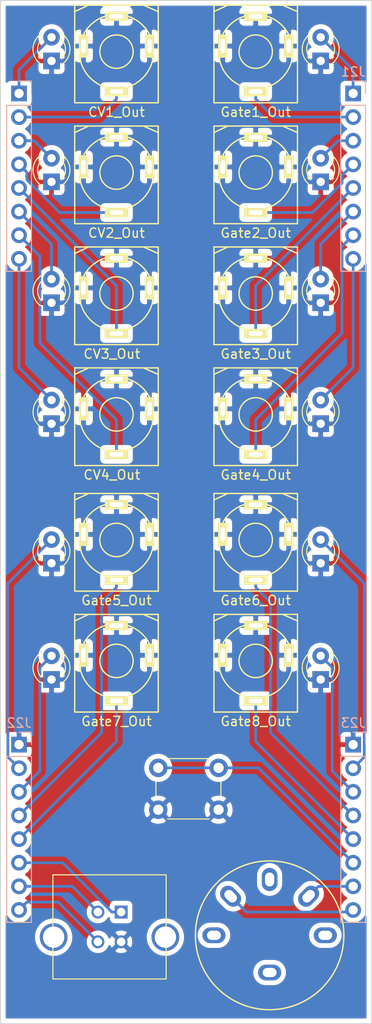
<source format=kicad_pcb>
(kicad_pcb (version 20171130) (host pcbnew "(5.1.4)-1")
  (layers (0 F.Cu signal) (31 B.Cu signal) (34 B.Paste user) (35 F.Paste user) (36 B.SilkS user) (37 F.SilkS user) (38 B.Mask user) (39 F.Mask user) (44 Edge.Cuts user))
  (net 0 "")
  (net 1 GATE1_LED_OUT)
  (net 2 GND)
  (net 3 GATE2_LED_OUT)
  (net 4 GATE3_LED_OUT)
  (net 5 GATE4_LED_OUT)
  (net 6 CV1_LED_OUT)
  (net 7 CV2_LED_OUT)
  (net 8 CV3_LED_OUT)
  (net 9 CV4_LED_OUT)
  (net 10 GATE5_LED_OUT)
  (net 11 GATE6_LED_OUT)
  (net 12 GATE7_LED_OUT)
  (net 13 GATE8_LED_OUT)
  (net 14 MIDI_VREF)
  (net 15 MIDI_DATA)
  (net 16 RESET_SWITCH)
  (net 17 GATE8_OUT)
  (net 18 GATE7_OUT)
  (net 19 GATE6_OUT)
  (net 20 GATE5_OUT)
  (net 21 GATE1_OUT)
  (net 22 GATE2_OUT)
  (net 23 GATE3_OUT)
  (net 24 GATE4_OUT)
  (net 25 USB_DM)
  (net 26 USB_DP)
  (net 27 USB_VBUS)
  (net 28 "Net-(J16-Pad3)")
  (net 29 "Net-(J16-Pad2)")
  (net 30 "Net-(J16-Pad1)")
  (net 31 "Net-(J16-Pad6)")
  (net 32 CV1_OUT)
  (net 33 CV2_OUT)
  (net 34 CV3_OUT)
  (net 35 CV4_OUT)
  (module Custom_Footprints:USB_B_Wurth (layer F.Cu) (at 109 138)
    (fp_text reference J15 hide)
    (fp_text value USB_B_Wurth)
    (fp_line (start 4.85 -4) (end 4.85 7.2) (layer F.SilkS) (width 0.12))
    (fp_line (start -7.35 7.2) (end 4.85 7.2) (layer F.SilkS) (width 0.12))
    (fp_line (start -7.35 -4) (end 4.85 -4) (layer F.SilkS) (width 0.12))
    (fp_line (start -7.35 -4) (end -7.35 7.2) (layer F.SilkS) (width 0.12))
    (pad "" thru_hole circle (at 4.77 2.7) (size 3 3) (drill 2.3) (layers *.Cu *.Mask))
    (pad 4 thru_hole circle (at 0 3.2) (size 1.4 1.4) (drill 0.92) (layers *.Cu *.Mask) (net 2 GND))
    (pad 3 thru_hole circle (at -2.5 3.2) (size 1.4 1.4) (drill 0.92) (layers *.Cu *.Mask) (net 26 USB_DP))
    (pad 1 thru_hole rect (at 0 0) (size 1.4 1.4) (drill 0.92) (layers *.Cu *.Mask) (net 27 USB_VBUS))
    (pad "" thru_hole circle (at -7.27 2.7) (size 3 3) (drill 2.3) (layers *.Cu *.Mask))
    (pad 2 thru_hole circle (at -2.5 0) (size 1.4 1.4) (drill 0.92) (layers *.Cu *.Mask) (net 25 USB_DM))
  )
  (module Custom_Footprints:Cliff_3.5mm_Stereo_Jack (layer F.Cu) (at 123.5 72.5)
    (fp_text reference J2 hide)
    (fp_text value Gate3_Out (at 0 5.5) (layer F.SilkS))
    (fp_line (start 2.9 -6) (end 4.5 -5.3) (layer F.SilkS) (width 0.15))
    (fp_line (start -3 -6) (end -4.5 -5.3) (layer F.SilkS) (width 0.15))
    (fp_circle (center 0 -1) (end 4 -1) (layer F.SilkS) (width 0.15))
    (fp_line (start -4.5 -6) (end 4.5 -6) (layer F.SilkS) (width 0.15))
    (fp_line (start -4.5 4.5) (end 4.5 4.5) (layer F.SilkS) (width 0.15))
    (fp_line (start -4.5 -6) (end -4.5 4.5) (layer F.SilkS) (width 0.15))
    (fp_line (start 4.5 -6) (end 4.5 4.5) (layer F.SilkS) (width 0.15))
    (fp_circle (center 0 -1) (end 1.27 0.27) (layer F.SilkS) (width 0.15))
    (pad 1 thru_hole rect (at 3.55 -1.6 90) (size 2.5 1) (drill oval 1.5 0.5) (layers *.Cu *.Mask F.SilkS) (net 2 GND))
    (pad 1 thru_hole rect (at 0 -4.8) (size 2.5 1) (drill oval 1.5 0.5) (layers *.Cu *.Mask F.SilkS) (net 2 GND))
    (pad 2 thru_hole rect (at -3.55 -1.6 90) (size 2.5 1) (drill oval 1.5 0.5) (layers *.Cu *.Mask F.SilkS) (net 2 GND))
    (pad 3 thru_hole rect (at 0 3.3) (size 2.5 1) (drill oval 1.5 0.5) (layers *.Cu *.Mask F.SilkS) (net 23 GATE3_OUT))
  )
  (module Custom_Footprints:Cliff_3.5mm_Stereo_Jack (layer F.Cu) (at 123.5 85.5)
    (fp_text reference J3 hide)
    (fp_text value Gate4_Out (at 0 5.5) (layer F.SilkS))
    (fp_line (start 2.9 -6) (end 4.5 -5.3) (layer F.SilkS) (width 0.15))
    (fp_line (start -3 -6) (end -4.5 -5.3) (layer F.SilkS) (width 0.15))
    (fp_circle (center 0 -1) (end 4 -1) (layer F.SilkS) (width 0.15))
    (fp_line (start -4.5 -6) (end 4.5 -6) (layer F.SilkS) (width 0.15))
    (fp_line (start -4.5 4.5) (end 4.5 4.5) (layer F.SilkS) (width 0.15))
    (fp_line (start -4.5 -6) (end -4.5 4.5) (layer F.SilkS) (width 0.15))
    (fp_line (start 4.5 -6) (end 4.5 4.5) (layer F.SilkS) (width 0.15))
    (fp_circle (center 0 -1) (end 1.27 0.27) (layer F.SilkS) (width 0.15))
    (pad 1 thru_hole rect (at 3.55 -1.6 90) (size 2.5 1) (drill oval 1.5 0.5) (layers *.Cu *.Mask F.SilkS) (net 2 GND))
    (pad 1 thru_hole rect (at 0 -4.8) (size 2.5 1) (drill oval 1.5 0.5) (layers *.Cu *.Mask F.SilkS) (net 2 GND))
    (pad 2 thru_hole rect (at -3.55 -1.6 90) (size 2.5 1) (drill oval 1.5 0.5) (layers *.Cu *.Mask F.SilkS) (net 2 GND))
    (pad 3 thru_hole rect (at 0 3.3) (size 2.5 1) (drill oval 1.5 0.5) (layers *.Cu *.Mask F.SilkS) (net 24 GATE4_OUT))
  )
  (module Custom_Footprints:Cliff_3.5mm_Stereo_Jack (layer F.Cu) (at 123.5 46.5)
    (fp_text reference J4 hide)
    (fp_text value Gate1_Out (at 0 5.5) (layer F.SilkS))
    (fp_line (start 2.9 -6) (end 4.5 -5.3) (layer F.SilkS) (width 0.15))
    (fp_line (start -3 -6) (end -4.5 -5.3) (layer F.SilkS) (width 0.15))
    (fp_circle (center 0 -1) (end 4 -1) (layer F.SilkS) (width 0.15))
    (fp_line (start -4.5 -6) (end 4.5 -6) (layer F.SilkS) (width 0.15))
    (fp_line (start -4.5 4.5) (end 4.5 4.5) (layer F.SilkS) (width 0.15))
    (fp_line (start -4.5 -6) (end -4.5 4.5) (layer F.SilkS) (width 0.15))
    (fp_line (start 4.5 -6) (end 4.5 4.5) (layer F.SilkS) (width 0.15))
    (fp_circle (center 0 -1) (end 1.27 0.27) (layer F.SilkS) (width 0.15))
    (pad 1 thru_hole rect (at 3.55 -1.6 90) (size 2.5 1) (drill oval 1.5 0.5) (layers *.Cu *.Mask F.SilkS) (net 2 GND))
    (pad 1 thru_hole rect (at 0 -4.8) (size 2.5 1) (drill oval 1.5 0.5) (layers *.Cu *.Mask F.SilkS) (net 2 GND))
    (pad 2 thru_hole rect (at -3.55 -1.6 90) (size 2.5 1) (drill oval 1.5 0.5) (layers *.Cu *.Mask F.SilkS) (net 2 GND))
    (pad 3 thru_hole rect (at 0 3.3) (size 2.5 1) (drill oval 1.5 0.5) (layers *.Cu *.Mask F.SilkS) (net 21 GATE1_OUT))
  )
  (module Custom_Footprints:Cliff_3.5mm_Stereo_Jack (layer F.Cu) (at 123.5 59.5)
    (fp_text reference J5 hide)
    (fp_text value Gate2_Out (at 0 5.5) (layer F.SilkS))
    (fp_line (start 2.9 -6) (end 4.5 -5.3) (layer F.SilkS) (width 0.15))
    (fp_line (start -3 -6) (end -4.5 -5.3) (layer F.SilkS) (width 0.15))
    (fp_circle (center 0 -1) (end 4 -1) (layer F.SilkS) (width 0.15))
    (fp_line (start -4.5 -6) (end 4.5 -6) (layer F.SilkS) (width 0.15))
    (fp_line (start -4.5 4.5) (end 4.5 4.5) (layer F.SilkS) (width 0.15))
    (fp_line (start -4.5 -6) (end -4.5 4.5) (layer F.SilkS) (width 0.15))
    (fp_line (start 4.5 -6) (end 4.5 4.5) (layer F.SilkS) (width 0.15))
    (fp_circle (center 0 -1) (end 1.27 0.27) (layer F.SilkS) (width 0.15))
    (pad 1 thru_hole rect (at 3.55 -1.6 90) (size 2.5 1) (drill oval 1.5 0.5) (layers *.Cu *.Mask F.SilkS) (net 2 GND))
    (pad 1 thru_hole rect (at 0 -4.8) (size 2.5 1) (drill oval 1.5 0.5) (layers *.Cu *.Mask F.SilkS) (net 2 GND))
    (pad 2 thru_hole rect (at -3.55 -1.6 90) (size 2.5 1) (drill oval 1.5 0.5) (layers *.Cu *.Mask F.SilkS) (net 2 GND))
    (pad 3 thru_hole rect (at 0 3.3) (size 2.5 1) (drill oval 1.5 0.5) (layers *.Cu *.Mask F.SilkS) (net 22 GATE2_OUT))
  )
  (module Custom_Footprints:Cliff_3.5mm_Stereo_Jack (layer F.Cu) (at 108.5 99)
    (fp_text reference J7 hide)
    (fp_text value Gate5_Out (at 0 5.5) (layer F.SilkS))
    (fp_line (start 2.9 -6) (end 4.5 -5.3) (layer F.SilkS) (width 0.15))
    (fp_line (start -3 -6) (end -4.5 -5.3) (layer F.SilkS) (width 0.15))
    (fp_circle (center 0 -1) (end 4 -1) (layer F.SilkS) (width 0.15))
    (fp_line (start -4.5 -6) (end 4.5 -6) (layer F.SilkS) (width 0.15))
    (fp_line (start -4.5 4.5) (end 4.5 4.5) (layer F.SilkS) (width 0.15))
    (fp_line (start -4.5 -6) (end -4.5 4.5) (layer F.SilkS) (width 0.15))
    (fp_line (start 4.5 -6) (end 4.5 4.5) (layer F.SilkS) (width 0.15))
    (fp_circle (center 0 -1) (end 1.27 0.27) (layer F.SilkS) (width 0.15))
    (pad 1 thru_hole rect (at 3.55 -1.6 90) (size 2.5 1) (drill oval 1.5 0.5) (layers *.Cu *.Mask F.SilkS) (net 2 GND))
    (pad 1 thru_hole rect (at 0 -4.8) (size 2.5 1) (drill oval 1.5 0.5) (layers *.Cu *.Mask F.SilkS) (net 2 GND))
    (pad 2 thru_hole rect (at -3.55 -1.6 90) (size 2.5 1) (drill oval 1.5 0.5) (layers *.Cu *.Mask F.SilkS) (net 2 GND))
    (pad 3 thru_hole rect (at 0 3.3) (size 2.5 1) (drill oval 1.5 0.5) (layers *.Cu *.Mask F.SilkS) (net 20 GATE5_OUT))
  )
  (module Custom_Footprints:Cliff_3.5mm_Stereo_Jack (layer F.Cu) (at 123.5 99)
    (fp_text reference J8 hide)
    (fp_text value Gate6_Out (at 0 5.5) (layer F.SilkS))
    (fp_line (start 2.9 -6) (end 4.5 -5.3) (layer F.SilkS) (width 0.15))
    (fp_line (start -3 -6) (end -4.5 -5.3) (layer F.SilkS) (width 0.15))
    (fp_circle (center 0 -1) (end 4 -1) (layer F.SilkS) (width 0.15))
    (fp_line (start -4.5 -6) (end 4.5 -6) (layer F.SilkS) (width 0.15))
    (fp_line (start -4.5 4.5) (end 4.5 4.5) (layer F.SilkS) (width 0.15))
    (fp_line (start -4.5 -6) (end -4.5 4.5) (layer F.SilkS) (width 0.15))
    (fp_line (start 4.5 -6) (end 4.5 4.5) (layer F.SilkS) (width 0.15))
    (fp_circle (center 0 -1) (end 1.27 0.27) (layer F.SilkS) (width 0.15))
    (pad 1 thru_hole rect (at 3.55 -1.6 90) (size 2.5 1) (drill oval 1.5 0.5) (layers *.Cu *.Mask F.SilkS) (net 2 GND))
    (pad 1 thru_hole rect (at 0 -4.8) (size 2.5 1) (drill oval 1.5 0.5) (layers *.Cu *.Mask F.SilkS) (net 2 GND))
    (pad 2 thru_hole rect (at -3.55 -1.6 90) (size 2.5 1) (drill oval 1.5 0.5) (layers *.Cu *.Mask F.SilkS) (net 2 GND))
    (pad 3 thru_hole rect (at 0 3.3) (size 2.5 1) (drill oval 1.5 0.5) (layers *.Cu *.Mask F.SilkS) (net 19 GATE6_OUT))
  )
  (module Custom_Footprints:Cliff_3.5mm_Stereo_Jack (layer F.Cu) (at 108.5 112)
    (fp_text reference J9 hide)
    (fp_text value Gate7_Out (at 0 5.5) (layer F.SilkS))
    (fp_line (start 2.9 -6) (end 4.5 -5.3) (layer F.SilkS) (width 0.15))
    (fp_line (start -3 -6) (end -4.5 -5.3) (layer F.SilkS) (width 0.15))
    (fp_circle (center 0 -1) (end 4 -1) (layer F.SilkS) (width 0.15))
    (fp_line (start -4.5 -6) (end 4.5 -6) (layer F.SilkS) (width 0.15))
    (fp_line (start -4.5 4.5) (end 4.5 4.5) (layer F.SilkS) (width 0.15))
    (fp_line (start -4.5 -6) (end -4.5 4.5) (layer F.SilkS) (width 0.15))
    (fp_line (start 4.5 -6) (end 4.5 4.5) (layer F.SilkS) (width 0.15))
    (fp_circle (center 0 -1) (end 1.27 0.27) (layer F.SilkS) (width 0.15))
    (pad 1 thru_hole rect (at 3.55 -1.6 90) (size 2.5 1) (drill oval 1.5 0.5) (layers *.Cu *.Mask F.SilkS) (net 2 GND))
    (pad 1 thru_hole rect (at 0 -4.8) (size 2.5 1) (drill oval 1.5 0.5) (layers *.Cu *.Mask F.SilkS) (net 2 GND))
    (pad 2 thru_hole rect (at -3.55 -1.6 90) (size 2.5 1) (drill oval 1.5 0.5) (layers *.Cu *.Mask F.SilkS) (net 2 GND))
    (pad 3 thru_hole rect (at 0 3.3) (size 2.5 1) (drill oval 1.5 0.5) (layers *.Cu *.Mask F.SilkS) (net 18 GATE7_OUT))
  )
  (module Custom_Footprints:Cliff_3.5mm_Stereo_Jack (layer F.Cu) (at 123.5 112)
    (fp_text reference J10 hide)
    (fp_text value Gate8_Out (at 0 5.5) (layer F.SilkS))
    (fp_line (start 2.9 -6) (end 4.5 -5.3) (layer F.SilkS) (width 0.15))
    (fp_line (start -3 -6) (end -4.5 -5.3) (layer F.SilkS) (width 0.15))
    (fp_circle (center 0 -1) (end 4 -1) (layer F.SilkS) (width 0.15))
    (fp_line (start -4.5 -6) (end 4.5 -6) (layer F.SilkS) (width 0.15))
    (fp_line (start -4.5 4.5) (end 4.5 4.5) (layer F.SilkS) (width 0.15))
    (fp_line (start -4.5 -6) (end -4.5 4.5) (layer F.SilkS) (width 0.15))
    (fp_line (start 4.5 -6) (end 4.5 4.5) (layer F.SilkS) (width 0.15))
    (fp_circle (center 0 -1) (end 1.27 0.27) (layer F.SilkS) (width 0.15))
    (pad 1 thru_hole rect (at 3.55 -1.6 90) (size 2.5 1) (drill oval 1.5 0.5) (layers *.Cu *.Mask F.SilkS) (net 2 GND))
    (pad 1 thru_hole rect (at 0 -4.8) (size 2.5 1) (drill oval 1.5 0.5) (layers *.Cu *.Mask F.SilkS) (net 2 GND))
    (pad 2 thru_hole rect (at -3.55 -1.6 90) (size 2.5 1) (drill oval 1.5 0.5) (layers *.Cu *.Mask F.SilkS) (net 2 GND))
    (pad 3 thru_hole rect (at 0 3.3) (size 2.5 1) (drill oval 1.5 0.5) (layers *.Cu *.Mask F.SilkS) (net 17 GATE8_OUT))
  )
  (module Custom_Footprints:Cliff_3.5mm_Stereo_Jack (layer F.Cu) (at 108.5 46.5)
    (fp_text reference J11 hide)
    (fp_text value CV1_Out (at 0 5.5) (layer F.SilkS))
    (fp_line (start 2.9 -6) (end 4.5 -5.3) (layer F.SilkS) (width 0.15))
    (fp_line (start -3 -6) (end -4.5 -5.3) (layer F.SilkS) (width 0.15))
    (fp_circle (center 0 -1) (end 4 -1) (layer F.SilkS) (width 0.15))
    (fp_line (start -4.5 -6) (end 4.5 -6) (layer F.SilkS) (width 0.15))
    (fp_line (start -4.5 4.5) (end 4.5 4.5) (layer F.SilkS) (width 0.15))
    (fp_line (start -4.5 -6) (end -4.5 4.5) (layer F.SilkS) (width 0.15))
    (fp_line (start 4.5 -6) (end 4.5 4.5) (layer F.SilkS) (width 0.15))
    (fp_circle (center 0 -1) (end 1.27 0.27) (layer F.SilkS) (width 0.15))
    (pad 1 thru_hole rect (at 3.55 -1.6 90) (size 2.5 1) (drill oval 1.5 0.5) (layers *.Cu *.Mask F.SilkS) (net 2 GND))
    (pad 1 thru_hole rect (at 0 -4.8) (size 2.5 1) (drill oval 1.5 0.5) (layers *.Cu *.Mask F.SilkS) (net 2 GND))
    (pad 2 thru_hole rect (at -3.55 -1.6 90) (size 2.5 1) (drill oval 1.5 0.5) (layers *.Cu *.Mask F.SilkS) (net 2 GND))
    (pad 3 thru_hole rect (at 0 3.3) (size 2.5 1) (drill oval 1.5 0.5) (layers *.Cu *.Mask F.SilkS) (net 32 CV1_OUT))
  )
  (module Custom_Footprints:Cliff_3.5mm_Stereo_Jack (layer F.Cu) (at 108.5 59.5)
    (fp_text reference J12 hide)
    (fp_text value CV2_Out (at 0 5.5) (layer F.SilkS))
    (fp_line (start 2.9 -6) (end 4.5 -5.3) (layer F.SilkS) (width 0.15))
    (fp_line (start -3 -6) (end -4.5 -5.3) (layer F.SilkS) (width 0.15))
    (fp_circle (center 0 -1) (end 4 -1) (layer F.SilkS) (width 0.15))
    (fp_line (start -4.5 -6) (end 4.5 -6) (layer F.SilkS) (width 0.15))
    (fp_line (start -4.5 4.5) (end 4.5 4.5) (layer F.SilkS) (width 0.15))
    (fp_line (start -4.5 -6) (end -4.5 4.5) (layer F.SilkS) (width 0.15))
    (fp_line (start 4.5 -6) (end 4.5 4.5) (layer F.SilkS) (width 0.15))
    (fp_circle (center 0 -1) (end 1.27 0.27) (layer F.SilkS) (width 0.15))
    (pad 1 thru_hole rect (at 3.55 -1.6 90) (size 2.5 1) (drill oval 1.5 0.5) (layers *.Cu *.Mask F.SilkS) (net 2 GND))
    (pad 1 thru_hole rect (at 0 -4.8) (size 2.5 1) (drill oval 1.5 0.5) (layers *.Cu *.Mask F.SilkS) (net 2 GND))
    (pad 2 thru_hole rect (at -3.55 -1.6 90) (size 2.5 1) (drill oval 1.5 0.5) (layers *.Cu *.Mask F.SilkS) (net 2 GND))
    (pad 3 thru_hole rect (at 0 3.3) (size 2.5 1) (drill oval 1.5 0.5) (layers *.Cu *.Mask F.SilkS) (net 33 CV2_OUT))
  )
  (module Custom_Footprints:Cliff_3.5mm_Stereo_Jack (layer F.Cu) (at 108.5 72.5)
    (fp_text reference J13 hide)
    (fp_text value CV3_Out (at -0.5 5.5) (layer F.SilkS))
    (fp_line (start 2.9 -6) (end 4.5 -5.3) (layer F.SilkS) (width 0.15))
    (fp_line (start -3 -6) (end -4.5 -5.3) (layer F.SilkS) (width 0.15))
    (fp_circle (center 0 -1) (end 4 -1) (layer F.SilkS) (width 0.15))
    (fp_line (start -4.5 -6) (end 4.5 -6) (layer F.SilkS) (width 0.15))
    (fp_line (start -4.5 4.5) (end 4.5 4.5) (layer F.SilkS) (width 0.15))
    (fp_line (start -4.5 -6) (end -4.5 4.5) (layer F.SilkS) (width 0.15))
    (fp_line (start 4.5 -6) (end 4.5 4.5) (layer F.SilkS) (width 0.15))
    (fp_circle (center 0 -1) (end 1.27 0.27) (layer F.SilkS) (width 0.15))
    (pad 1 thru_hole rect (at 3.55 -1.6 90) (size 2.5 1) (drill oval 1.5 0.5) (layers *.Cu *.Mask F.SilkS) (net 2 GND))
    (pad 1 thru_hole rect (at 0 -4.8) (size 2.5 1) (drill oval 1.5 0.5) (layers *.Cu *.Mask F.SilkS) (net 2 GND))
    (pad 2 thru_hole rect (at -3.55 -1.6 90) (size 2.5 1) (drill oval 1.5 0.5) (layers *.Cu *.Mask F.SilkS) (net 2 GND))
    (pad 3 thru_hole rect (at 0 3.3) (size 2.5 1) (drill oval 1.5 0.5) (layers *.Cu *.Mask F.SilkS) (net 34 CV3_OUT))
  )
  (module Custom_Footprints:Cliff_3.5mm_Stereo_Jack (layer F.Cu) (at 108.5 85.5)
    (fp_text reference J14 hide)
    (fp_text value CV4_Out (at -0.5 5.5) (layer F.SilkS))
    (fp_line (start 2.9 -6) (end 4.5 -5.3) (layer F.SilkS) (width 0.15))
    (fp_line (start -3 -6) (end -4.5 -5.3) (layer F.SilkS) (width 0.15))
    (fp_circle (center 0 -1) (end 4 -1) (layer F.SilkS) (width 0.15))
    (fp_line (start -4.5 -6) (end 4.5 -6) (layer F.SilkS) (width 0.15))
    (fp_line (start -4.5 4.5) (end 4.5 4.5) (layer F.SilkS) (width 0.15))
    (fp_line (start -4.5 -6) (end -4.5 4.5) (layer F.SilkS) (width 0.15))
    (fp_line (start 4.5 -6) (end 4.5 4.5) (layer F.SilkS) (width 0.15))
    (fp_circle (center 0 -1) (end 1.27 0.27) (layer F.SilkS) (width 0.15))
    (pad 1 thru_hole rect (at 3.55 -1.6 90) (size 2.5 1) (drill oval 1.5 0.5) (layers *.Cu *.Mask F.SilkS) (net 2 GND))
    (pad 1 thru_hole rect (at 0 -4.8) (size 2.5 1) (drill oval 1.5 0.5) (layers *.Cu *.Mask F.SilkS) (net 2 GND))
    (pad 2 thru_hole rect (at -3.55 -1.6 90) (size 2.5 1) (drill oval 1.5 0.5) (layers *.Cu *.Mask F.SilkS) (net 2 GND))
    (pad 3 thru_hole rect (at 0 3.3) (size 2.5 1) (drill oval 1.5 0.5) (layers *.Cu *.Mask F.SilkS) (net 35 CV4_OUT))
  )
  (module LEDs:LED_D3.0mm (layer F.Cu) (at 101.5 100.5 90)
    (fp_text reference D9 hide)
    (fp_text value GATE5)
    (fp_arc (start 1.27 0) (end -0.29 -1.235516) (angle 108.8) (layer F.SilkS) (width 0.12))
    (fp_arc (start 1.27 0) (end -0.29 1.235516) (angle -108.8) (layer F.SilkS) (width 0.12))
    (fp_arc (start 1.27 0) (end 0.229039 -1.08) (angle 87.9) (layer F.SilkS) (width 0.12))
    (fp_arc (start 1.27 0) (end 0.229039 1.08) (angle -87.9) (layer F.SilkS) (width 0.12))
    (fp_line (start -0.29 -1.236) (end -0.29 -1.08) (layer F.SilkS) (width 0.12))
    (fp_line (start -0.29 1.08) (end -0.29 1.236) (layer F.SilkS) (width 0.12))
    (pad 1 thru_hole rect (at 0 0 90) (size 1.8 1.8) (drill 0.9) (layers *.Cu *.Mask) (net 2 GND))
    (pad 2 thru_hole circle (at 2.54 0 90) (size 1.8 1.8) (drill 0.9) (layers *.Cu *.Mask) (net 10 GATE5_LED_OUT))
  )
  (module LEDs:LED_D3.0mm (layer F.Cu) (at 101.5 113 90)
    (fp_text reference D11 hide)
    (fp_text value GATE7)
    (fp_arc (start 1.27 0) (end -0.29 -1.235516) (angle 108.8) (layer F.SilkS) (width 0.12))
    (fp_arc (start 1.27 0) (end -0.29 1.235516) (angle -108.8) (layer F.SilkS) (width 0.12))
    (fp_arc (start 1.27 0) (end 0.229039 -1.08) (angle 87.9) (layer F.SilkS) (width 0.12))
    (fp_arc (start 1.27 0) (end 0.229039 1.08) (angle -87.9) (layer F.SilkS) (width 0.12))
    (fp_line (start -0.29 -1.236) (end -0.29 -1.08) (layer F.SilkS) (width 0.12))
    (fp_line (start -0.29 1.08) (end -0.29 1.236) (layer F.SilkS) (width 0.12))
    (pad 1 thru_hole rect (at 0 0 90) (size 1.8 1.8) (drill 0.9) (layers *.Cu *.Mask) (net 2 GND))
    (pad 2 thru_hole circle (at 2.54 0 90) (size 1.8 1.8) (drill 0.9) (layers *.Cu *.Mask) (net 12 GATE7_LED_OUT))
  )
  (module LEDs:LED_D3.0mm (layer F.Cu) (at 130.5 46.5 90)
    (fp_text reference D1 hide)
    (fp_text value GATE1)
    (fp_arc (start 1.27 0) (end -0.29 -1.235516) (angle 108.8) (layer F.SilkS) (width 0.12))
    (fp_arc (start 1.27 0) (end -0.29 1.235516) (angle -108.8) (layer F.SilkS) (width 0.12))
    (fp_arc (start 1.27 0) (end 0.229039 -1.08) (angle 87.9) (layer F.SilkS) (width 0.12))
    (fp_arc (start 1.27 0) (end 0.229039 1.08) (angle -87.9) (layer F.SilkS) (width 0.12))
    (fp_line (start -0.29 -1.236) (end -0.29 -1.08) (layer F.SilkS) (width 0.12))
    (fp_line (start -0.29 1.08) (end -0.29 1.236) (layer F.SilkS) (width 0.12))
    (pad 1 thru_hole rect (at 0 0 90) (size 1.8 1.8) (drill 0.9) (layers *.Cu *.Mask) (net 2 GND))
    (pad 2 thru_hole circle (at 2.54 0 90) (size 1.8 1.8) (drill 0.9) (layers *.Cu *.Mask) (net 1 GATE1_LED_OUT))
  )
  (module LEDs:LED_D3.0mm (layer F.Cu) (at 130.5 59.5 90)
    (fp_text reference D2 hide)
    (fp_text value GATE2)
    (fp_arc (start 1.27 0) (end -0.29 -1.235516) (angle 108.8) (layer F.SilkS) (width 0.12))
    (fp_arc (start 1.27 0) (end -0.29 1.235516) (angle -108.8) (layer F.SilkS) (width 0.12))
    (fp_arc (start 1.27 0) (end 0.229039 -1.08) (angle 87.9) (layer F.SilkS) (width 0.12))
    (fp_arc (start 1.27 0) (end 0.229039 1.08) (angle -87.9) (layer F.SilkS) (width 0.12))
    (fp_line (start -0.29 -1.236) (end -0.29 -1.08) (layer F.SilkS) (width 0.12))
    (fp_line (start -0.29 1.08) (end -0.29 1.236) (layer F.SilkS) (width 0.12))
    (pad 1 thru_hole rect (at 0 0 90) (size 1.8 1.8) (drill 0.9) (layers *.Cu *.Mask) (net 2 GND))
    (pad 2 thru_hole circle (at 2.54 0 90) (size 1.8 1.8) (drill 0.9) (layers *.Cu *.Mask) (net 3 GATE2_LED_OUT))
  )
  (module LEDs:LED_D3.0mm (layer F.Cu) (at 130.5 72.5 90)
    (fp_text reference D3 hide)
    (fp_text value GATE3)
    (fp_arc (start 1.27 0) (end -0.29 -1.235516) (angle 108.8) (layer F.SilkS) (width 0.12))
    (fp_arc (start 1.27 0) (end -0.29 1.235516) (angle -108.8) (layer F.SilkS) (width 0.12))
    (fp_arc (start 1.27 0) (end 0.229039 -1.08) (angle 87.9) (layer F.SilkS) (width 0.12))
    (fp_arc (start 1.27 0) (end 0.229039 1.08) (angle -87.9) (layer F.SilkS) (width 0.12))
    (fp_line (start -0.29 -1.236) (end -0.29 -1.08) (layer F.SilkS) (width 0.12))
    (fp_line (start -0.29 1.08) (end -0.29 1.236) (layer F.SilkS) (width 0.12))
    (pad 1 thru_hole rect (at 0 0 90) (size 1.8 1.8) (drill 0.9) (layers *.Cu *.Mask) (net 2 GND))
    (pad 2 thru_hole circle (at 2.54 0 90) (size 1.8 1.8) (drill 0.9) (layers *.Cu *.Mask) (net 4 GATE3_LED_OUT))
  )
  (module LEDs:LED_D3.0mm (layer F.Cu) (at 130.5 85.5 90)
    (fp_text reference D4 hide)
    (fp_text value GATE4)
    (fp_arc (start 1.27 0) (end -0.29 -1.235516) (angle 108.8) (layer F.SilkS) (width 0.12))
    (fp_arc (start 1.27 0) (end -0.29 1.235516) (angle -108.8) (layer F.SilkS) (width 0.12))
    (fp_arc (start 1.27 0) (end 0.229039 -1.08) (angle 87.9) (layer F.SilkS) (width 0.12))
    (fp_arc (start 1.27 0) (end 0.229039 1.08) (angle -87.9) (layer F.SilkS) (width 0.12))
    (fp_line (start -0.29 -1.236) (end -0.29 -1.08) (layer F.SilkS) (width 0.12))
    (fp_line (start -0.29 1.08) (end -0.29 1.236) (layer F.SilkS) (width 0.12))
    (pad 1 thru_hole rect (at 0 0 90) (size 1.8 1.8) (drill 0.9) (layers *.Cu *.Mask) (net 2 GND))
    (pad 2 thru_hole circle (at 2.54 0 90) (size 1.8 1.8) (drill 0.9) (layers *.Cu *.Mask) (net 5 GATE4_LED_OUT))
  )
  (module LEDs:LED_D3.0mm (layer F.Cu) (at 101.5 46.5 90)
    (fp_text reference D5 hide)
    (fp_text value CV1)
    (fp_arc (start 1.27 0) (end -0.29 -1.235516) (angle 108.8) (layer F.SilkS) (width 0.12))
    (fp_arc (start 1.27 0) (end -0.29 1.235516) (angle -108.8) (layer F.SilkS) (width 0.12))
    (fp_arc (start 1.27 0) (end 0.229039 -1.08) (angle 87.9) (layer F.SilkS) (width 0.12))
    (fp_arc (start 1.27 0) (end 0.229039 1.08) (angle -87.9) (layer F.SilkS) (width 0.12))
    (fp_line (start -0.29 -1.236) (end -0.29 -1.08) (layer F.SilkS) (width 0.12))
    (fp_line (start -0.29 1.08) (end -0.29 1.236) (layer F.SilkS) (width 0.12))
    (pad 1 thru_hole rect (at 0 0 90) (size 1.8 1.8) (drill 0.9) (layers *.Cu *.Mask) (net 2 GND))
    (pad 2 thru_hole circle (at 2.54 0 90) (size 1.8 1.8) (drill 0.9) (layers *.Cu *.Mask) (net 6 CV1_LED_OUT))
  )
  (module LEDs:LED_D3.0mm (layer F.Cu) (at 101.5 59.5 90)
    (fp_text reference D6 hide)
    (fp_text value CV2)
    (fp_arc (start 1.27 0) (end -0.29 -1.235516) (angle 108.8) (layer F.SilkS) (width 0.12))
    (fp_arc (start 1.27 0) (end -0.29 1.235516) (angle -108.8) (layer F.SilkS) (width 0.12))
    (fp_arc (start 1.27 0) (end 0.229039 -1.08) (angle 87.9) (layer F.SilkS) (width 0.12))
    (fp_arc (start 1.27 0) (end 0.229039 1.08) (angle -87.9) (layer F.SilkS) (width 0.12))
    (fp_line (start -0.29 -1.236) (end -0.29 -1.08) (layer F.SilkS) (width 0.12))
    (fp_line (start -0.29 1.08) (end -0.29 1.236) (layer F.SilkS) (width 0.12))
    (pad 1 thru_hole rect (at 0 0 90) (size 1.8 1.8) (drill 0.9) (layers *.Cu *.Mask) (net 2 GND))
    (pad 2 thru_hole circle (at 2.54 0 90) (size 1.8 1.8) (drill 0.9) (layers *.Cu *.Mask) (net 7 CV2_LED_OUT))
  )
  (module LEDs:LED_D3.0mm (layer F.Cu) (at 101.5 72.5 90)
    (fp_text reference D7 hide)
    (fp_text value CV3)
    (fp_arc (start 1.27 0) (end -0.29 -1.235516) (angle 108.8) (layer F.SilkS) (width 0.12))
    (fp_arc (start 1.27 0) (end -0.29 1.235516) (angle -108.8) (layer F.SilkS) (width 0.12))
    (fp_arc (start 1.27 0) (end 0.229039 -1.08) (angle 87.9) (layer F.SilkS) (width 0.12))
    (fp_arc (start 1.27 0) (end 0.229039 1.08) (angle -87.9) (layer F.SilkS) (width 0.12))
    (fp_line (start -0.29 -1.236) (end -0.29 -1.08) (layer F.SilkS) (width 0.12))
    (fp_line (start -0.29 1.08) (end -0.29 1.236) (layer F.SilkS) (width 0.12))
    (pad 1 thru_hole rect (at 0 0 90) (size 1.8 1.8) (drill 0.9) (layers *.Cu *.Mask) (net 2 GND))
    (pad 2 thru_hole circle (at 2.54 0 90) (size 1.8 1.8) (drill 0.9) (layers *.Cu *.Mask) (net 8 CV3_LED_OUT))
  )
  (module LEDs:LED_D3.0mm (layer F.Cu) (at 101.5 85.5 90)
    (fp_text reference D8 hide)
    (fp_text value CV4)
    (fp_arc (start 1.27 0) (end -0.29 -1.235516) (angle 108.8) (layer F.SilkS) (width 0.12))
    (fp_arc (start 1.27 0) (end -0.29 1.235516) (angle -108.8) (layer F.SilkS) (width 0.12))
    (fp_arc (start 1.27 0) (end 0.229039 -1.08) (angle 87.9) (layer F.SilkS) (width 0.12))
    (fp_arc (start 1.27 0) (end 0.229039 1.08) (angle -87.9) (layer F.SilkS) (width 0.12))
    (fp_line (start -0.29 -1.236) (end -0.29 -1.08) (layer F.SilkS) (width 0.12))
    (fp_line (start -0.29 1.08) (end -0.29 1.236) (layer F.SilkS) (width 0.12))
    (pad 1 thru_hole rect (at 0 0 90) (size 1.8 1.8) (drill 0.9) (layers *.Cu *.Mask) (net 2 GND))
    (pad 2 thru_hole circle (at 2.54 0 90) (size 1.8 1.8) (drill 0.9) (layers *.Cu *.Mask) (net 9 CV4_LED_OUT))
  )
  (module LEDs:LED_D3.0mm (layer F.Cu) (at 130.5 100.5 90)
    (fp_text reference D10 hide)
    (fp_text value GATE6)
    (fp_arc (start 1.27 0) (end -0.29 -1.235516) (angle 108.8) (layer F.SilkS) (width 0.12))
    (fp_arc (start 1.27 0) (end -0.29 1.235516) (angle -108.8) (layer F.SilkS) (width 0.12))
    (fp_arc (start 1.27 0) (end 0.229039 -1.08) (angle 87.9) (layer F.SilkS) (width 0.12))
    (fp_arc (start 1.27 0) (end 0.229039 1.08) (angle -87.9) (layer F.SilkS) (width 0.12))
    (fp_line (start -0.29 -1.236) (end -0.29 -1.08) (layer F.SilkS) (width 0.12))
    (fp_line (start -0.29 1.08) (end -0.29 1.236) (layer F.SilkS) (width 0.12))
    (pad 1 thru_hole rect (at 0 0 90) (size 1.8 1.8) (drill 0.9) (layers *.Cu *.Mask) (net 2 GND))
    (pad 2 thru_hole circle (at 2.54 0 90) (size 1.8 1.8) (drill 0.9) (layers *.Cu *.Mask) (net 11 GATE6_LED_OUT))
  )
  (module LEDs:LED_D3.0mm (layer F.Cu) (at 130.5 113 90)
    (fp_text reference D12 hide)
    (fp_text value GATE8)
    (fp_arc (start 1.27 0) (end -0.29 -1.235516) (angle 108.8) (layer F.SilkS) (width 0.12))
    (fp_arc (start 1.27 0) (end -0.29 1.235516) (angle -108.8) (layer F.SilkS) (width 0.12))
    (fp_arc (start 1.27 0) (end 0.229039 -1.08) (angle 87.9) (layer F.SilkS) (width 0.12))
    (fp_arc (start 1.27 0) (end 0.229039 1.08) (angle -87.9) (layer F.SilkS) (width 0.12))
    (fp_line (start -0.29 -1.236) (end -0.29 -1.08) (layer F.SilkS) (width 0.12))
    (fp_line (start -0.29 1.08) (end -0.29 1.236) (layer F.SilkS) (width 0.12))
    (pad 1 thru_hole rect (at 0 0 90) (size 1.8 1.8) (drill 0.9) (layers *.Cu *.Mask) (net 2 GND))
    (pad 2 thru_hole circle (at 2.54 0 90) (size 1.8 1.8) (drill 0.9) (layers *.Cu *.Mask) (net 13 GATE8_LED_OUT))
  )
  (module Custom_Footprints:MIDI_DIN (layer F.Cu) (at 125 134.5)
    (fp_text reference J16 hide)
    (fp_text value MIDI_DIN hide)
    (fp_circle (center 0 6) (end 8 6) (layer F.SilkS) (width 0.15))
    (pad 6 thru_hole oval (at 0 10) (size 2.5 1.7) (drill oval 1.5 1) (layers *.Cu *.Mask) (net 31 "Net-(J16-Pad6)"))
    (pad 4 thru_hole oval (at -4.2 1.8 315) (size 2.5 1.7) (drill oval 1.5 1) (layers *.Cu *.Mask) (net 14 MIDI_VREF))
    (pad 1 thru_hole oval (at -6 6) (size 2.5 1.7) (drill oval 1.5 1) (layers *.Cu *.Mask) (net 30 "Net-(J16-Pad1)"))
    (pad 2 thru_hole oval (at 0 0) (size 1.7 2.5) (drill oval 1 1.5) (layers *.Cu *.Mask) (net 29 "Net-(J16-Pad2)"))
    (pad 3 thru_hole oval (at 6 6) (size 2.5 1.7) (drill oval 1.5 1) (layers *.Cu *.Mask) (net 28 "Net-(J16-Pad3)"))
    (pad 5 thru_hole oval (at 4.2 1.8 45) (size 2.5 1.7) (drill oval 1.5 1) (layers *.Cu *.Mask) (net 15 MIDI_DATA))
  )
  (module Buttons_Switches_THT:SW_PUSH_6mm (layer F.Cu) (at 113 122.5)
    (fp_text reference SW1 hide)
    (fp_text value SW_Push)
    (fp_line (start 1 5.5) (end 5.5 5.5) (layer F.SilkS) (width 0.12))
    (fp_line (start -0.25 1.5) (end -0.25 3) (layer F.SilkS) (width 0.12))
    (fp_line (start 5.5 -1) (end 1 -1) (layer F.SilkS) (width 0.12))
    (fp_line (start 6.75 3) (end 6.75 1.5) (layer F.SilkS) (width 0.12))
    (pad 2 thru_hole circle (at 0 4.5 90) (size 2 2) (drill 1.1) (layers *.Cu *.Mask) (net 2 GND))
    (pad 1 thru_hole circle (at 0 0 90) (size 2 2) (drill 1.1) (layers *.Cu *.Mask) (net 16 RESET_SWITCH))
    (pad 2 thru_hole circle (at 6.5 4.5 90) (size 2 2) (drill 1.1) (layers *.Cu *.Mask) (net 2 GND))
    (pad 1 thru_hole circle (at 6.5 0 90) (size 2 2) (drill 1.1) (layers *.Cu *.Mask) (net 16 RESET_SWITCH))
  )
  (module Socket_Strips:Socket_Strip_Straight_1x08_Pitch2.54mm (layer B.Cu) (at 98 50 180)
    (fp_text reference J20 hide)
    (fp_text value Conn_01x08_Female hide)
    (fp_line (start -1.33 -1.27) (end -1.33 -19.11) (layer B.SilkS) (width 0.12))
    (fp_line (start -1.33 -19.11) (end 1.33 -19.11) (layer B.SilkS) (width 0.12))
    (fp_line (start 1.33 -19.11) (end 1.33 -1.27) (layer B.SilkS) (width 0.12))
    (fp_line (start 1.33 -1.27) (end -1.33 -1.27) (layer B.SilkS) (width 0.12))
    (fp_line (start -1.33 0) (end -1.33 1.33) (layer B.SilkS) (width 0.12))
    (fp_line (start -1.33 1.33) (end 0 1.33) (layer B.SilkS) (width 0.12))
    (pad 1 thru_hole rect (at 0 0 180) (size 1.7 1.7) (drill 1) (layers *.Cu *.Mask) (net 6 CV1_LED_OUT))
    (pad 2 thru_hole oval (at 0 -2.54 180) (size 1.7 1.7) (drill 1) (layers *.Cu *.Mask) (net 32 CV1_OUT))
    (pad 3 thru_hole oval (at 0 -5.08 180) (size 1.7 1.7) (drill 1) (layers *.Cu *.Mask) (net 7 CV2_LED_OUT))
    (pad 4 thru_hole oval (at 0 -7.62 180) (size 1.7 1.7) (drill 1) (layers *.Cu *.Mask) (net 33 CV2_OUT))
    (pad 5 thru_hole oval (at 0 -10.16 180) (size 1.7 1.7) (drill 1) (layers *.Cu *.Mask) (net 34 CV3_OUT))
    (pad 6 thru_hole oval (at 0 -12.7 180) (size 1.7 1.7) (drill 1) (layers *.Cu *.Mask) (net 8 CV3_LED_OUT))
    (pad 7 thru_hole oval (at 0 -15.24 180) (size 1.7 1.7) (drill 1) (layers *.Cu *.Mask) (net 35 CV4_OUT))
    (pad 8 thru_hole oval (at 0 -17.78 180) (size 1.7 1.7) (drill 1) (layers *.Cu *.Mask) (net 9 CV4_LED_OUT))
  )
  (module Socket_Strips:Socket_Strip_Straight_1x08_Pitch2.54mm (layer B.Cu) (at 134 50 180)
    (fp_text reference J21 (at 0 2.33) (layer B.SilkS) (effects (justify mirror)))
    (fp_text value Conn_01x08_Female hide)
    (fp_line (start -1.33 -1.27) (end -1.33 -19.11) (layer B.SilkS) (width 0.12))
    (fp_line (start -1.33 -19.11) (end 1.33 -19.11) (layer B.SilkS) (width 0.12))
    (fp_line (start 1.33 -19.11) (end 1.33 -1.27) (layer B.SilkS) (width 0.12))
    (fp_line (start 1.33 -1.27) (end -1.33 -1.27) (layer B.SilkS) (width 0.12))
    (fp_line (start -1.33 0) (end -1.33 1.33) (layer B.SilkS) (width 0.12))
    (fp_line (start -1.33 1.33) (end 0 1.33) (layer B.SilkS) (width 0.12))
    (pad 1 thru_hole rect (at 0 0 180) (size 1.7 1.7) (drill 1) (layers *.Cu *.Mask) (net 1 GATE1_LED_OUT))
    (pad 2 thru_hole oval (at 0 -2.54 180) (size 1.7 1.7) (drill 1) (layers *.Cu *.Mask) (net 21 GATE1_OUT))
    (pad 3 thru_hole oval (at 0 -5.08 180) (size 1.7 1.7) (drill 1) (layers *.Cu *.Mask) (net 3 GATE2_LED_OUT))
    (pad 4 thru_hole oval (at 0 -7.62 180) (size 1.7 1.7) (drill 1) (layers *.Cu *.Mask) (net 22 GATE2_OUT))
    (pad 5 thru_hole oval (at 0 -10.16 180) (size 1.7 1.7) (drill 1) (layers *.Cu *.Mask) (net 23 GATE3_OUT))
    (pad 6 thru_hole oval (at 0 -12.7 180) (size 1.7 1.7) (drill 1) (layers *.Cu *.Mask) (net 4 GATE3_LED_OUT))
    (pad 7 thru_hole oval (at 0 -15.24 180) (size 1.7 1.7) (drill 1) (layers *.Cu *.Mask) (net 24 GATE4_OUT))
    (pad 8 thru_hole oval (at 0 -17.78 180) (size 1.7 1.7) (drill 1) (layers *.Cu *.Mask) (net 5 GATE4_LED_OUT))
  )
  (module Socket_Strips:Socket_Strip_Straight_1x08_Pitch2.54mm (layer B.Cu) (at 98 120 180)
    (fp_text reference J22 (at 0 2.33) (layer B.SilkS) (effects (justify mirror)))
    (fp_text value Conn_01x08_Female hide)
    (fp_line (start -1.33 -1.27) (end -1.33 -19.11) (layer B.SilkS) (width 0.12))
    (fp_line (start -1.33 -19.11) (end 1.33 -19.11) (layer B.SilkS) (width 0.12))
    (fp_line (start 1.33 -19.11) (end 1.33 -1.27) (layer B.SilkS) (width 0.12))
    (fp_line (start 1.33 -1.27) (end -1.33 -1.27) (layer B.SilkS) (width 0.12))
    (fp_line (start -1.33 0) (end -1.33 1.33) (layer B.SilkS) (width 0.12))
    (fp_line (start -1.33 1.33) (end 0 1.33) (layer B.SilkS) (width 0.12))
    (pad 1 thru_hole rect (at 0 0 180) (size 1.7 1.7) (drill 1) (layers *.Cu *.Mask) (net 2 GND))
    (pad 2 thru_hole oval (at 0 -2.54 180) (size 1.7 1.7) (drill 1) (layers *.Cu *.Mask) (net 10 GATE5_LED_OUT))
    (pad 3 thru_hole oval (at 0 -5.08 180) (size 1.7 1.7) (drill 1) (layers *.Cu *.Mask) (net 12 GATE7_LED_OUT))
    (pad 4 thru_hole oval (at 0 -7.62 180) (size 1.7 1.7) (drill 1) (layers *.Cu *.Mask) (net 20 GATE5_OUT))
    (pad 5 thru_hole oval (at 0 -10.16 180) (size 1.7 1.7) (drill 1) (layers *.Cu *.Mask) (net 18 GATE7_OUT))
    (pad 6 thru_hole oval (at 0 -12.7 180) (size 1.7 1.7) (drill 1) (layers *.Cu *.Mask) (net 27 USB_VBUS))
    (pad 7 thru_hole oval (at 0 -15.24 180) (size 1.7 1.7) (drill 1) (layers *.Cu *.Mask) (net 25 USB_DM))
    (pad 8 thru_hole oval (at 0 -17.78 180) (size 1.7 1.7) (drill 1) (layers *.Cu *.Mask) (net 26 USB_DP))
  )
  (module Socket_Strips:Socket_Strip_Straight_1x08_Pitch2.54mm (layer B.Cu) (at 134 120 180)
    (fp_text reference J23 (at 0 2.33) (layer B.SilkS) (effects (justify mirror)))
    (fp_text value Conn_01x08_Female hide)
    (fp_line (start -1.33 -1.27) (end -1.33 -19.11) (layer B.SilkS) (width 0.12))
    (fp_line (start -1.33 -19.11) (end 1.33 -19.11) (layer B.SilkS) (width 0.12))
    (fp_line (start 1.33 -19.11) (end 1.33 -1.27) (layer B.SilkS) (width 0.12))
    (fp_line (start 1.33 -1.27) (end -1.33 -1.27) (layer B.SilkS) (width 0.12))
    (fp_line (start -1.33 0) (end -1.33 1.33) (layer B.SilkS) (width 0.12))
    (fp_line (start -1.33 1.33) (end 0 1.33) (layer B.SilkS) (width 0.12))
    (pad 1 thru_hole rect (at 0 0 180) (size 1.7 1.7) (drill 1) (layers *.Cu *.Mask) (net 2 GND))
    (pad 2 thru_hole oval (at 0 -2.54 180) (size 1.7 1.7) (drill 1) (layers *.Cu *.Mask) (net 11 GATE6_LED_OUT))
    (pad 3 thru_hole oval (at 0 -5.08 180) (size 1.7 1.7) (drill 1) (layers *.Cu *.Mask) (net 13 GATE8_LED_OUT))
    (pad 4 thru_hole oval (at 0 -7.62 180) (size 1.7 1.7) (drill 1) (layers *.Cu *.Mask) (net 19 GATE6_OUT))
    (pad 5 thru_hole oval (at 0 -10.16 180) (size 1.7 1.7) (drill 1) (layers *.Cu *.Mask) (net 17 GATE8_OUT))
    (pad 6 thru_hole oval (at 0 -12.7 180) (size 1.7 1.7) (drill 1) (layers *.Cu *.Mask) (net 16 RESET_SWITCH))
    (pad 7 thru_hole oval (at 0 -15.24 180) (size 1.7 1.7) (drill 1) (layers *.Cu *.Mask) (net 15 MIDI_DATA))
    (pad 8 thru_hole oval (at 0 -17.78 180) (size 1.7 1.7) (drill 1) (layers *.Cu *.Mask) (net 14 MIDI_VREF))
  )
  (gr_line (start 96 40) (end 136 40) (layer Edge.Cuts) (width 0.1))
  (gr_line (start 136 40) (end 136 150) (layer Edge.Cuts) (width 0.1))
  (gr_line (start 96 150) (end 136 150) (layer Edge.Cuts) (width 0.1))
  (gr_line (start 96 40) (end 96 150) (layer Edge.Cuts) (width 0.1))
  (segment (start 134 47.46) (end 134 50) (width 0.3) (layer B.Cu) (net 1))
  (segment (start 130.5 43.96) (end 134 47.46) (width 0.3) (layer B.Cu) (net 1))
  (segment (start 132.38 55.08) (end 130.5 56.96) (width 0.3) (layer B.Cu) (net 3))
  (segment (start 134 55.08) (end 132.38 55.08) (width 0.3) (layer B.Cu) (net 3))
  (segment (start 130.5 66.2) (end 130.5 69.96) (width 0.3) (layer B.Cu) (net 4))
  (segment (start 134 62.7) (end 130.5 66.2) (width 0.3) (layer B.Cu) (net 4))
  (segment (start 134 79.46) (end 130.5 82.96) (width 0.3) (layer B.Cu) (net 5))
  (segment (start 134 67.78) (end 134 79.46) (width 0.3) (layer B.Cu) (net 5))
  (segment (start 98 47.46) (end 98 50) (width 0.3) (layer B.Cu) (net 6))
  (segment (start 101.5 43.96) (end 98 47.46) (width 0.3) (layer B.Cu) (net 6))
  (segment (start 99.62 55.08) (end 101.5 56.96) (width 0.3) (layer B.Cu) (net 7))
  (segment (start 98 55.08) (end 99.62 55.08) (width 0.3) (layer B.Cu) (net 7))
  (segment (start 101.5 66.2) (end 101.5 69.96) (width 0.3) (layer B.Cu) (net 8))
  (segment (start 98 62.7) (end 101.5 66.2) (width 0.3) (layer B.Cu) (net 8))
  (segment (start 98 79.46) (end 101.5 82.96) (width 0.3) (layer B.Cu) (net 9))
  (segment (start 98 67.78) (end 98 79.46) (width 0.3) (layer B.Cu) (net 9))
  (segment (start 97.150001 121.690001) (end 98 122.54) (width 0.3) (layer B.Cu) (net 10))
  (segment (start 96.799999 121.339999) (end 97.150001 121.690001) (width 0.3) (layer B.Cu) (net 10))
  (segment (start 96.799999 102.660001) (end 96.799999 121.339999) (width 0.3) (layer B.Cu) (net 10))
  (segment (start 101.5 97.96) (end 96.799999 102.660001) (width 0.3) (layer B.Cu) (net 10))
  (segment (start 131.399999 98.859999) (end 130.5 97.96) (width 0.3) (layer B.Cu) (net 11))
  (segment (start 135.200001 102.660001) (end 131.399999 98.859999) (width 0.3) (layer B.Cu) (net 11))
  (segment (start 135.200001 121.339999) (end 135.200001 102.660001) (width 0.3) (layer B.Cu) (net 11))
  (segment (start 134 122.54) (end 135.200001 121.339999) (width 0.3) (layer B.Cu) (net 11))
  (segment (start 100.600001 111.359999) (end 101.5 110.46) (width 0.3) (layer B.Cu) (net 12))
  (segment (start 100.249999 111.710001) (end 100.600001 111.359999) (width 0.3) (layer B.Cu) (net 12))
  (segment (start 100.249999 122.830001) (end 100.249999 111.710001) (width 0.3) (layer B.Cu) (net 12))
  (segment (start 98 125.08) (end 100.249999 122.830001) (width 0.3) (layer B.Cu) (net 12))
  (segment (start 131.399999 111.359999) (end 130.5 110.46) (width 0.3) (layer B.Cu) (net 13))
  (segment (start 131.750001 111.710001) (end 131.399999 111.359999) (width 0.3) (layer B.Cu) (net 13))
  (segment (start 131.750001 122.830001) (end 131.750001 111.710001) (width 0.3) (layer B.Cu) (net 13))
  (segment (start 134 125.08) (end 131.750001 122.830001) (width 0.3) (layer B.Cu) (net 13))
  (segment (start 133.78 138) (end 134 137.78) (width 0.3) (layer B.Cu) (net 14))
  (segment (start 120.8 136.3) (end 122.5 138) (width 0.3) (layer B.Cu) (net 14))
  (segment (start 122.5 138) (end 133.78 138) (width 0.3) (layer B.Cu) (net 14))
  (segment (start 130.26 135.24) (end 129.2 136.3) (width 0.3) (layer B.Cu) (net 15))
  (segment (start 134 135.24) (end 130.26 135.24) (width 0.3) (layer B.Cu) (net 15))
  (segment (start 113 122.5) (end 119.5 122.5) (width 0.3) (layer B.Cu) (net 16))
  (segment (start 123.8 122.5) (end 134 132.7) (width 0.3) (layer B.Cu) (net 16))
  (segment (start 119.5 122.5) (end 123.8 122.5) (width 0.3) (layer B.Cu) (net 16))
  (segment (start 123.5 119.66) (end 123.5 115.3) (width 0.3) (layer B.Cu) (net 17))
  (segment (start 134 130.16) (end 123.5 119.66) (width 0.3) (layer B.Cu) (net 17))
  (segment (start 108.5 119.66) (end 108.5 115.3) (width 0.3) (layer B.Cu) (net 18))
  (segment (start 98 130.16) (end 108.5 119.66) (width 0.3) (layer B.Cu) (net 18))
  (segment (start 123.5 103.1) (end 123.5 102.3) (width 0.3) (layer B.Cu) (net 19))
  (segment (start 125.100001 104.700001) (end 123.5 103.1) (width 0.3) (layer B.Cu) (net 19))
  (segment (start 125.100001 118.720001) (end 125.100001 104.700001) (width 0.3) (layer B.Cu) (net 19))
  (segment (start 134 127.62) (end 125.100001 118.720001) (width 0.3) (layer B.Cu) (net 19))
  (segment (start 108.5 103.1) (end 108.5 102.3) (width 0.3) (layer B.Cu) (net 20))
  (segment (start 106.899999 104.700001) (end 108.5 103.1) (width 0.3) (layer B.Cu) (net 20))
  (segment (start 106.899999 118.720001) (end 106.899999 104.700001) (width 0.3) (layer B.Cu) (net 20))
  (segment (start 98 127.62) (end 106.899999 118.720001) (width 0.3) (layer B.Cu) (net 20))
  (segment (start 132.797919 52.54) (end 134 52.54) (width 0.3) (layer B.Cu) (net 21))
  (segment (start 125.44 52.54) (end 132.797919 52.54) (width 0.3) (layer B.Cu) (net 21))
  (segment (start 123.5 50.6) (end 125.44 52.54) (width 0.3) (layer B.Cu) (net 21))
  (segment (start 123.5 49.8) (end 123.5 50.6) (width 0.3) (layer B.Cu) (net 21))
  (segment (start 125.05 62.8) (end 123.5 62.8) (width 0.3) (layer B.Cu) (net 22))
  (segment (start 129.630002 62.8) (end 125.05 62.8) (width 0.3) (layer B.Cu) (net 22))
  (segment (start 132.799999 59.630003) (end 129.630002 62.8) (width 0.3) (layer B.Cu) (net 22))
  (segment (start 132.799999 58.820001) (end 132.799999 59.630003) (width 0.3) (layer B.Cu) (net 22))
  (segment (start 134 57.62) (end 132.799999 58.820001) (width 0.3) (layer B.Cu) (net 22))
  (segment (start 123.5 70.66) (end 123.5 75.8) (width 0.3) (layer B.Cu) (net 23))
  (segment (start 134 60.16) (end 123.5 70.66) (width 0.3) (layer B.Cu) (net 23))
  (segment (start 123.5 88) (end 123.5 88.8) (width 0.3) (layer B.Cu) (net 24))
  (segment (start 123.5 85.069998) (end 123.5 88) (width 0.3) (layer B.Cu) (net 24))
  (segment (start 132.799999 75.769999) (end 123.5 85.069998) (width 0.3) (layer B.Cu) (net 24))
  (segment (start 132.799999 66.440001) (end 132.799999 75.769999) (width 0.3) (layer B.Cu) (net 24))
  (segment (start 134 65.24) (end 132.799999 66.440001) (width 0.3) (layer B.Cu) (net 24))
  (segment (start 103.74 135.24) (end 98 135.24) (width 0.3) (layer B.Cu) (net 25))
  (segment (start 106.5 138) (end 103.74 135.24) (width 0.3) (layer B.Cu) (net 25))
  (segment (start 105.800001 140.500001) (end 106.5 141.2) (width 0.3) (layer B.Cu) (net 26))
  (segment (start 102.230001 136.930001) (end 105.800001 140.500001) (width 0.3) (layer B.Cu) (net 26))
  (segment (start 98.849999 136.930001) (end 102.230001 136.930001) (width 0.3) (layer B.Cu) (net 26))
  (segment (start 98 137.78) (end 98.849999 136.930001) (width 0.3) (layer B.Cu) (net 26))
  (segment (start 99.202081 132.7) (end 98 132.7) (width 0.3) (layer B.Cu) (net 27))
  (segment (start 102.7 132.7) (end 99.202081 132.7) (width 0.3) (layer B.Cu) (net 27))
  (segment (start 108 138) (end 102.7 132.7) (width 0.3) (layer B.Cu) (net 27))
  (segment (start 109 138) (end 108 138) (width 0.3) (layer B.Cu) (net 27))
  (segment (start 99.202081 52.54) (end 98 52.54) (width 0.3) (layer B.Cu) (net 32))
  (segment (start 106.56 52.54) (end 99.202081 52.54) (width 0.3) (layer B.Cu) (net 32))
  (segment (start 108.5 50.6) (end 106.56 52.54) (width 0.3) (layer B.Cu) (net 32))
  (segment (start 108.5 49.8) (end 108.5 50.6) (width 0.3) (layer B.Cu) (net 32))
  (segment (start 106.95 62.8) (end 108.5 62.8) (width 0.3) (layer B.Cu) (net 33))
  (segment (start 102.369998 62.8) (end 106.95 62.8) (width 0.3) (layer B.Cu) (net 33))
  (segment (start 98.849999 59.280001) (end 102.369998 62.8) (width 0.3) (layer B.Cu) (net 33))
  (segment (start 98.849999 58.469999) (end 98.849999 59.280001) (width 0.3) (layer B.Cu) (net 33))
  (segment (start 98 57.62) (end 98.849999 58.469999) (width 0.3) (layer B.Cu) (net 33))
  (segment (start 108.5 70.66) (end 108.5 75.8) (width 0.3) (layer B.Cu) (net 34))
  (segment (start 98 60.16) (end 108.5 70.66) (width 0.3) (layer B.Cu) (net 34))
  (segment (start 108.5 88) (end 108.5 88.8) (width 0.3) (layer B.Cu) (net 35))
  (segment (start 108.5 85.069998) (end 108.5 88) (width 0.3) (layer B.Cu) (net 35))
  (segment (start 100.249999 76.819997) (end 108.5 85.069998) (width 0.3) (layer B.Cu) (net 35))
  (segment (start 100.249999 67.489999) (end 100.249999 76.819997) (width 0.3) (layer B.Cu) (net 35))
  (segment (start 98 65.24) (end 100.249999 67.489999) (width 0.3) (layer B.Cu) (net 35))
  (zone (net 2) (net_name GND) (layer F.Cu) (connect_pads (clearance 0.508)) (min_thickness 0.254) (fill yes (arc_segments 32) (thermal_gap 0.508) (thermal_bridge_width 0.508))
    (polygon (pts (xy 96 40) (xy 136 40) (xy 136 150) (xy 96 150)))
  )
  (zone (net 2) (net_name GND) (layer B.Cu) (connect_pads (clearance 0.508)) (min_thickness 0.254) (fill yes (arc_segments 32) (thermal_gap 0.508) (thermal_bridge_width 0.508))
    (polygon (pts (xy 96 40) (xy 136 40) (xy 136 150) (xy 96 150)))
  )
)
</source>
